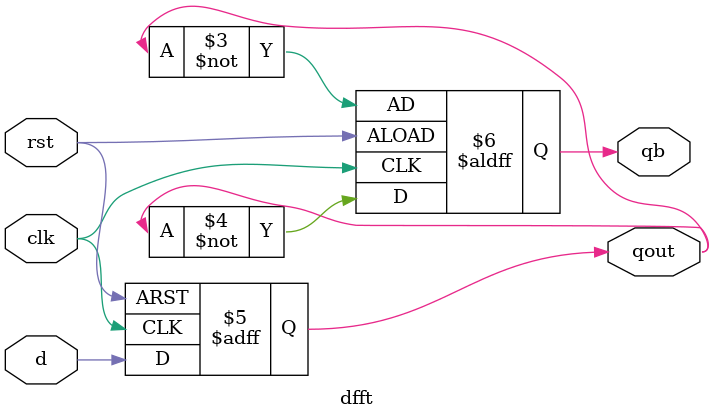
<source format=v>
`timescale 1ns/10ps
module dfft(clk,rst,d,qout,qb);
input clk,rst,d;
output reg qout,qb;
always@(posedge(clk) or negedge(rst))
begin
if(!rst)
begin
qout<=0;
qb<=~qout;
end
else
begin
qout<=d;
qb<=~qout;
end
end
endmodule



</source>
